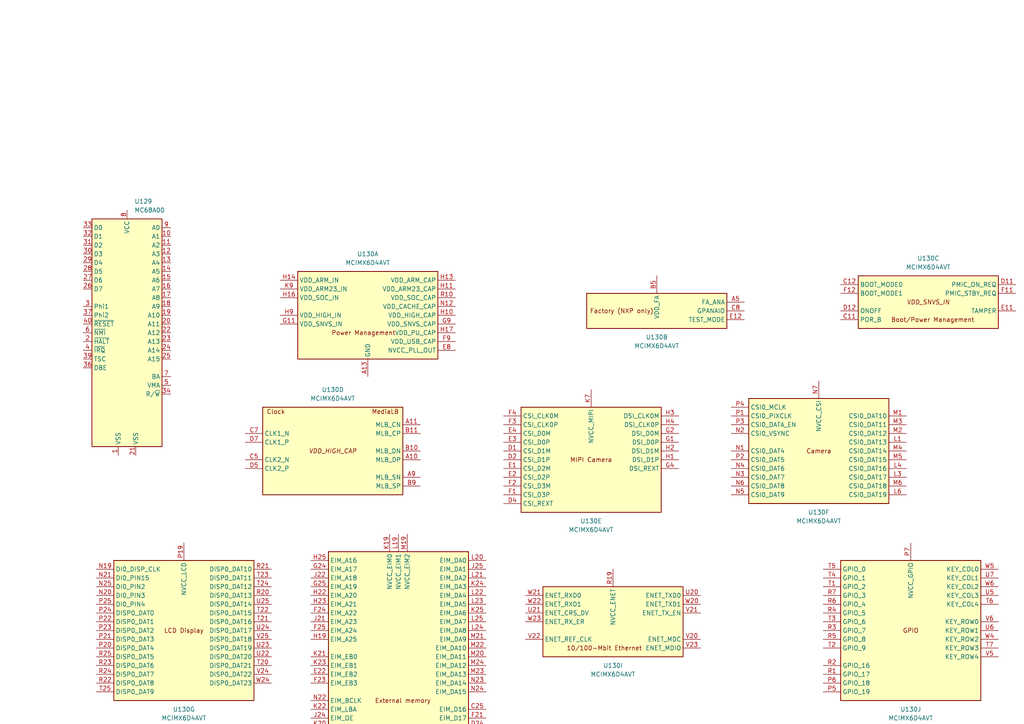
<source format=kicad_sch>
(kicad_sch (version 20250114) (generator "eeschema") (generator_version "9.0")
  (paper "A4")
  (symbol (lib_id "CPU_NXP_6800:MC68A00") (at 36.83 96.52 0) (unit 1)
    (property "Reference" "U129" (at 38.9733 58.42 0) (effects (justify left)))
    (property "Value" "MC68A00" (at 38.9733 60.96 0) (effects (justify left)))
    (property "Footprint" "Package_DIP:DIP-40_W15.24mm" (effects (hide yes)))
    (property "Datasheet" "http://pdf.datasheetcatalog.com/datasheet/motorola/MC68A00L.pdf" (effects (hide yes)))
    (property "Description" "8-Bit Microprocessing unit 1.5MHz, DIP-40" (effects (hide yes)))
  )
  (symbol (lib_id "CPU_NXP_IMX:MCIMX6D4AVT") (at 115.57 203.2 0) (unit 8)
    (property "Reference" "U130" (at 115.57 248.92 0))
    (property "Value" "MCIMX6D4AVT" (at 115.57 251.46 0))
    (property "Footprint" "Package_BGA:BGA-624_21x21mm_Layout25x25_P0.8mm" (effects (hide yes)))
    (property "Datasheet" "https://www.nxp.com/docs/en/data-sheet/IMX6DQAEC.pdf" (effects (hide yes)))
    (property "Description" "i.MX 6Dual Automotive and Infotainment Application Processor, BGA-624" (effects (hide yes)))
  )
  (symbol (lib_id "CPU_NXP_IMX:MCIMX6D4AVT") (at 190.5 90.17 0) (unit 2)
    (property "Reference" "U130" (at 190.5 97.79 0))
    (property "Value" "MCIMX6D4AVT" (at 190.5 100.33 0))
    (property "Footprint" "Package_BGA:BGA-624_21x21mm_Layout25x25_P0.8mm" (effects (hide yes)))
    (property "Datasheet" "https://www.nxp.com/docs/en/data-sheet/IMX6DQAEC.pdf" (effects (hide yes)))
    (property "Description" "i.MX 6Dual Automotive and Infotainment Application Processor, BGA-624" (effects (hide yes)))
  )
  (symbol (lib_id "CPU_NXP_IMX:MCIMX6D4AVT") (at 264.16 182.88 0) (unit 10)
    (property "Reference" "U130" (at 264.16 205.74 0))
    (property "Value" "MCIMX6D4AVT" (at 264.16 208.28 0))
    (property "Footprint" "Package_BGA:BGA-624_21x21mm_Layout25x25_P0.8mm" (effects (hide yes)))
    (property "Datasheet" "https://www.nxp.com/docs/en/data-sheet/IMX6DQAEC.pdf" (effects (hide yes)))
    (property "Description" "i.MX 6Dual Automotive and Infotainment Application Processor, BGA-624" (effects (hide yes)))
  )
  (symbol (lib_id "CPU_NXP_IMX:MCIMX6D4AVT") (at 53.34 182.88 0) (unit 7)
    (property "Reference" "U130" (at 53.34 205.74 0))
    (property "Value" "MCIMX6D4AVT" (at 53.34 208.28 0))
    (property "Footprint" "Package_BGA:BGA-624_21x21mm_Layout25x25_P0.8mm" (effects (hide yes)))
    (property "Datasheet" "https://www.nxp.com/docs/en/data-sheet/IMX6DQAEC.pdf" (effects (hide yes)))
    (property "Description" "i.MX 6Dual Automotive and Infotainment Application Processor, BGA-624" (effects (hide yes)))
  )
  (symbol (lib_id "CPU_NXP_IMX:MCIMX6D4AVT") (at 237.49 130.81 0) (unit 6)
    (property "Reference" "U130" (at 237.49 148.59 0))
    (property "Value" "MCIMX6D4AVT" (at 237.49 151.13 0))
    (property "Footprint" "Package_BGA:BGA-624_21x21mm_Layout25x25_P0.8mm" (effects (hide yes)))
    (property "Datasheet" "https://www.nxp.com/docs/en/data-sheet/IMX6DQAEC.pdf" (effects (hide yes)))
    (property "Description" "i.MX 6Dual Automotive and Infotainment Application Processor, BGA-624" (effects (hide yes)))
  )
  (symbol (lib_id "CPU_NXP_IMX:MCIMX6D4AVT") (at 96.52 130.81 0) (unit 4)
    (property "Reference" "U130" (at 96.52 113.03 0))
    (property "Value" "MCIMX6D4AVT" (at 96.52 115.57 0))
    (property "Footprint" "Package_BGA:BGA-624_21x21mm_Layout25x25_P0.8mm" (effects (hide yes)))
    (property "Datasheet" "https://www.nxp.com/docs/en/data-sheet/IMX6DQAEC.pdf" (effects (hide yes)))
    (property "Description" "i.MX 6Dual Automotive and Infotainment Application Processor, BGA-624" (effects (hide yes)))
  )
  (symbol (lib_id "CPU_NXP_IMX:MCIMX6D4AVT") (at 171.45 133.35 0) (unit 5)
    (property "Reference" "U130" (at 171.45 151.13 0))
    (property "Value" "MCIMX6D4AVT" (at 171.45 153.67 0))
    (property "Footprint" "Package_BGA:BGA-624_21x21mm_Layout25x25_P0.8mm" (effects (hide yes)))
    (property "Datasheet" "https://www.nxp.com/docs/en/data-sheet/IMX6DQAEC.pdf" (effects (hide yes)))
    (property "Description" "i.MX 6Dual Automotive and Infotainment Application Processor, BGA-624" (effects (hide yes)))
  )
  (symbol (lib_id "CPU_NXP_IMX:MCIMX6D4AVT") (at 177.8 180.34 0) (unit 9)
    (property "Reference" "U130" (at 177.8 193.04 0))
    (property "Value" "MCIMX6D4AVT" (at 177.8 195.58 0))
    (property "Footprint" "Package_BGA:BGA-624_21x21mm_Layout25x25_P0.8mm" (effects (hide yes)))
    (property "Datasheet" "https://www.nxp.com/docs/en/data-sheet/IMX6DQAEC.pdf" (effects (hide yes)))
    (property "Description" "i.MX 6Dual Automotive and Infotainment Application Processor, BGA-624" (effects (hide yes)))
  )
  (symbol (lib_id "CPU_NXP_IMX:MCIMX6D4AVT") (at 269.24 87.63 0) (unit 3)
    (property "Reference" "U130" (at 269.24 74.93 0))
    (property "Value" "MCIMX6D4AVT" (at 269.24 77.47 0))
    (property "Footprint" "Package_BGA:BGA-624_21x21mm_Layout25x25_P0.8mm" (effects (hide yes)))
    (property "Datasheet" "https://www.nxp.com/docs/en/data-sheet/IMX6DQAEC.pdf" (effects (hide yes)))
    (property "Description" "i.MX 6Dual Automotive and Infotainment Application Processor, BGA-624" (effects (hide yes)))
  )
  (symbol (lib_id "CPU_NXP_IMX:MCIMX6D4AVT") (at 106.68 91.44 0) (unit 1)
    (property "Reference" "U130" (at 106.68 73.66 0))
    (property "Value" "MCIMX6D4AVT" (at 106.68 76.2 0))
    (property "Footprint" "Package_BGA:BGA-624_21x21mm_Layout25x25_P0.8mm" (effects (hide yes)))
    (property "Datasheet" "https://www.nxp.com/docs/en/data-sheet/IMX6DQAEC.pdf" (effects (hide yes)))
    (property "Description" "i.MX 6Dual Automotive and Infotainment Application Processor, BGA-624" (effects (hide yes)))
  )
)
</source>
